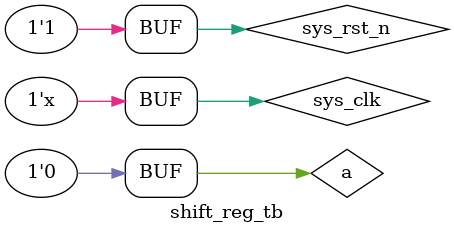
<source format=v>
`timescale 1ns / 1ns

module    shift_reg_tb();
    reg                                        sys_clk                    ;
    reg                                        sys_rst_n                  ;
    reg                                        a                          ;
    wire                                       y                          ;



    initial
        begin
            sys_clk = 1'b1;
            sys_rst_n <= 1'b0;
            a <= 1'b0;
            #200
            sys_rst_n <= 1'b1;
            #100
            a <= 1'b1;
            #100
            a <= 1'b0; 
        end                                                
                                                                                
    always # 10 sys_clk = ~sys_clk ;              
                                                           
                                                           
shift_reg u_shift_reg(
    .sys_clk                            (sys_clk                   ),
    .sys_rst_n                          (sys_rst_n                 ),
    .a                                  (a                         ),
    .y                                  (y                         )
);




endmodule                                                  
</source>
